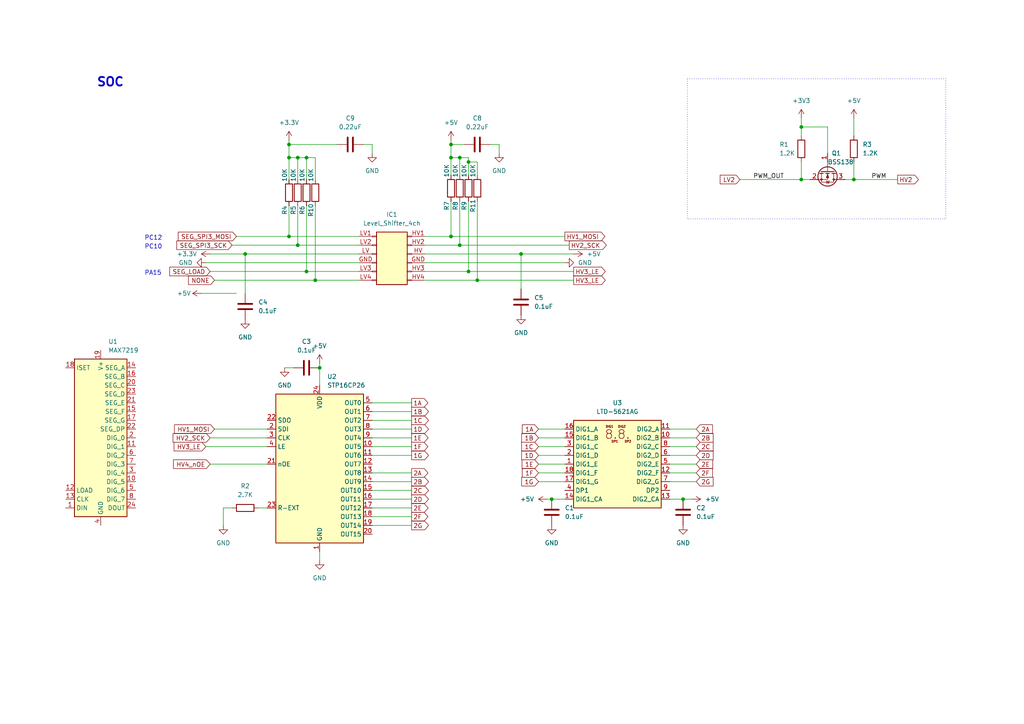
<source format=kicad_sch>
(kicad_sch (version 20230121) (generator eeschema)
  (paper "A4")
  (title_block (title "[AMDS] 2-Digit 7-Segment Schematic"))
  (lib_symbols
    (symbol "+3.3V_2" (power) (pin_numbers hide) (pin_names (offset 0) hide)
      (property "Value" "+3.3V_2" (at 0 3.556 0))
      (symbol "+3.3V_2_0_1"
        (polyline (pts (xy -0.762 1.27) (xy 0 2.54)))
        (polyline (pts (xy 0 0) (xy 0 2.54)))
        (polyline (pts (xy 0 2.54) (xy 0.762 1.27)))
      )
      (symbol "+3.3V_2_1_1"
        (pin power_in line (at 0 0 90) (length 0) hide (name "+3.3V") (number "1"))
      )
    )
    (symbol "+5V_1" (power) (pin_numbers hide) (pin_names (offset 0) hide)
      (property "Value" "+5V_1" (at 0 3.556 0))
      (symbol "+5V_1_0_1"
        (polyline (pts (xy -0.762 1.27) (xy 0 2.54)))
        (polyline (pts (xy 0 0) (xy 0 2.54)))
        (polyline (pts (xy 0 2.54) (xy 0.762 1.27)))
      )
      (symbol "+5V_1_1_1"
        (pin power_in line (at 0 0 90) (length 0) hide (name "+5V") (number "1"))
      )
    )
    (symbol "Connector_Generic:Level_Shifter_4ch" (pin_names (offset 1.016) hide)
      (property "Reference" "IC1" (at 1.27 16.51 0))
      (property "Value" "Level_Shifter_4ch" (at 3.81 13.97 0))
      (symbol "Level_Shifter_4ch_1_1"
        (rectangle (start -1.27 -2.413) (end 0 -2.667) (stroke (width 0.1524)))
        (rectangle (start -1.27 0.127) (end 0 -0.127) (stroke (width 0.1524)))
        (rectangle (start -1.27 2.667) (end 0 2.413) (stroke (width 0.1524)))
        (rectangle (start -1.27 5.207) (end 0 4.953) (stroke (width 0.1524)))
        (rectangle (start -1.27 7.747) (end 0 7.493) (stroke (width 0.1524)))
        (rectangle (start -1.27 10.287) (end 0 10.033) (stroke (width 0.1524)))
        (rectangle (start 0 11.43) (end 8.89 -3.81) (stroke (width 0.254)) (fill (type background)))
        (rectangle (start 10.16 -2.413) (end 8.89 -2.667) (stroke (width 0.1524)))
        (rectangle (start 10.16 0.127) (end 8.89 -0.127) (stroke (width 0.1524)))
        (rectangle (start 10.16 2.667) (end 8.89 2.413) (stroke (width 0.1524)))
        (rectangle (start 10.16 5.207) (end 8.89 4.953) (stroke (width 0.1524)))
        (rectangle (start 10.16 7.747) (end 8.89 7.493) (stroke (width 0.1524)))
        (rectangle (start 10.16 10.287) (end 8.89 10.033) (stroke (width 0.1524)))
        (pin passive line (at -5.08 2.54 0) (length 3.81) (name "Pin_a4") (number "GND"))
        (pin passive line (at 13.97 2.54 180) (length 3.81) (name "Pin_b4") (number "GND"))
        (pin passive line (at 13.97 5.08 180) (length 3.81) (name "pin_b3") (number "HV"))
        (pin passive line (at 13.97 10.16 180) (length 3.81) (name "Pin_b1") (number "HV1"))
        (pin passive line (at 13.97 7.62 180) (length 3.81) (name "Pin_b2") (number "HV2"))
        (pin passive line (at 13.97 0 180) (length 3.81) (name "Pin_b5") (number "HV3"))
        (pin passive line (at 13.97 -2.54 180) (length 3.81) (name "Pin_b6") (number "HV4"))
        (pin passive line (at -5.08 5.08 0) (length 3.81) (name "Pin_a3") (number "LV"))
        (pin passive line (at -5.08 10.16 0) (length 3.81) (name "Pin_a1") (number "LV1"))
        (pin passive line (at -5.08 7.62 0) (length 3.81) (name "Pin_a2") (number "LV2"))
        (pin passive line (at -5.08 0 0) (length 3.81) (name "Pin_a5") (number "LV3"))
        (pin passive line (at -5.08 -2.54 0) (length 3.81) (name "Pin_a6") (number "LV4"))
      )
    )
    (symbol "Device:C" (pin_numbers hide) (pin_names (offset 0.254))
      (property "Reference" "C" (at 0.635 2.54 0))
      (property "Value" "C" (at 0.635 -2.54 0))
      (symbol "C_0_1"
        (polyline (pts (xy -2.032 -0.762) (xy 2.032 -0.762)) (stroke (width 0.508)))
        (polyline (pts (xy -2.032 0.762) (xy 2.032 0.762)) (stroke (width 0.508)))
      )
      (symbol "C_1_1"
        (pin passive line (at 0 3.81 270) (length 2.794) (name "~") (number "1"))
        (pin passive line (at 0 -3.81 90) (length 2.794) (name "~") (number "2"))
      )
    )
    (symbol "Device:R" (pin_numbers hide) (pin_names (offset 0))
      (property "Reference" "R" (at 2.032 0 90))
      (property "Value" "R" (at 0 0 90))
      (symbol "R_0_1"
        (rectangle (start -1.016 -2.54) (end 1.016 2.54) (stroke (width 0.254)))
      )
      (symbol "R_1_1"
        (pin passive line (at 0 3.81 270) (length 1.27) (name "~") (number "1"))
        (pin passive line (at 0 -3.81 90) (length 1.27) (name "~") (number "2"))
      )
    )
    (symbol "Driver_LED:LED1642GWPTR"
      (property "Reference" "U2" (at 2.1941 25.4 0))
      (property "Value" "STP16CP26" (at 2.1941 22.86 0))
      (symbol "LED1642GWPTR_0_1"
        (rectangle (start -12.7 20.32) (end 12.7 -22.86) (stroke (width 0.254)) (fill (type background)))
      )
      (symbol "LED1642GWPTR_1_0"
        (pin input line (at -15.24 0 0) (length 2.54) (name "nOE") (number "21"))
      )
      (symbol "LED1642GWPTR_1_1"
        (pin power_in line (at 0 -25.4 90) (length 2.54) (name "GND") (number "1"))
        (pin output line (at 15.24 5.08 180) (length 2.54) (name "OUT5") (number "10"))
        (pin output line (at 15.24 2.54 180) (length 2.54) (name "OUT6") (number "11"))
        (pin output line (at 15.24 0 180) (length 2.54) (name "OUT7") (number "12"))
        (pin output line (at 15.24 -2.54 180) (length 2.54) (name "OUT8") (number "13"))
        (pin output line (at 15.24 -5.08 180) (length 2.54) (name "OUT9") (number "14"))
        (pin output line (at 15.24 -7.62 180) (length 2.54) (name "OUT10") (number "15"))
        (pin output line (at 15.24 -10.16 180) (length 2.54) (name "OUT11") (number "16"))
        (pin output line (at 15.24 -12.7 180) (length 2.54) (name "OUT12") (number "17"))
        (pin output line (at 15.24 -15.24 180) (length 2.54) (name "OUT13") (number "18"))
        (pin output line (at 15.24 -17.78 180) (length 2.54) (name "OUT14") (number "19"))
        (pin input line (at -15.24 10.16 0) (length 2.54) (name "SDI") (number "2"))
        (pin output line (at 15.24 -20.32 180) (length 2.54) (name "OUT15") (number "20"))
        (pin output line (at -15.24 12.7 0) (length 2.54) (name "SDO") (number "22"))
        (pin passive line (at -15.24 -12.7 0) (length 2.54) (name "R-EXT") (number "23"))
        (pin power_in line (at 0 22.86 270) (length 2.54) (name "VDD") (number "24"))
        (pin input line (at -15.24 7.62 0) (length 2.54) (name "CLK") (number "3"))
        (pin input line (at -15.24 5.08 0) (length 2.54) (name "LE") (number "4"))
        (pin output line (at 15.24 17.78 180) (length 2.54) (name "OUT0") (number "5"))
        (pin output line (at 15.24 15.24 180) (length 2.54) (name "OUT1") (number "6"))
        (pin output line (at 15.24 12.7 180) (length 2.54) (name "OUT2") (number "7"))
        (pin output line (at 15.24 10.16 180) (length 2.54) (name "OUT3") (number "8"))
        (pin output line (at 15.24 7.62 180) (length 2.54) (name "OUT4") (number "9"))
      )
    )
    (symbol "Driver_LED:MAX7219"
      (property "Reference" "U" (at -6.35 24.13 0))
      (property "Value" "MAX7219" (at 1.27 25.4 0))
      (symbol "MAX7219_0_1"
        (rectangle (start -7.62 22.86) (end 7.62 -22.86) (stroke (width 0.254)) (fill (type background)))
      )
      (symbol "MAX7219_1_1"
        (pin input line (at -10.16 -20.32 0) (length 2.54) (name "DIN") (number "1"))
        (pin output line (at 10.16 -12.7 180) (length 2.54) (name "DIG_5") (number "10"))
        (pin output line (at 10.16 -2.54 180) (length 2.54) (name "DIG_1") (number "11"))
        (pin input line (at -10.16 -15.24 0) (length 2.54) (name "LOAD") (number "12"))
        (pin input line (at -10.16 -17.78 0) (length 2.54) (name "CLK") (number "13"))
        (pin output line (at 10.16 20.32 180) (length 2.54) (name "SEG_A") (number "14"))
        (pin output line (at 10.16 7.62 180) (length 2.54) (name "SEG_F") (number "15"))
        (pin output line (at 10.16 17.78 180) (length 2.54) (name "SEG_B") (number "16"))
        (pin output line (at 10.16 5.08 180) (length 2.54) (name "SEG_G") (number "17"))
        (pin input line (at -10.16 20.32 0) (length 2.54) (name "ISET") (number "18"))
        (pin power_in line (at 0 25.4 270) (length 2.54) (name "V+") (number "19"))
        (pin output line (at 10.16 0 180) (length 2.54) (name "DIG_0") (number "2"))
        (pin output line (at 10.16 15.24 180) (length 2.54) (name "SEG_C") (number "20"))
        (pin output line (at 10.16 10.16 180) (length 2.54) (name "SEG_E") (number "21"))
        (pin output line (at 10.16 2.54 180) (length 2.54) (name "SEG_DP") (number "22"))
        (pin output line (at 10.16 12.7 180) (length 2.54) (name "SEG_D") (number "23"))
        (pin output line (at 10.16 -20.32 180) (length 2.54) (name "DOUT") (number "24"))
        (pin output line (at 10.16 -10.16 180) (length 2.54) (name "DIG_4") (number "3"))
        (pin power_in line (at 0 -25.4 90) (length 2.54) (name "GND") (number "4"))
        (pin output line (at 10.16 -15.24 180) (length 2.54) (name "DIG_6") (number "5"))
        (pin output line (at 10.16 -5.08 180) (length 2.54) (name "DIG_2") (number "6"))
        (pin output line (at 10.16 -7.62 180) (length 2.54) (name "DIG_3") (number "7"))
        (pin output line (at 10.16 -17.78 180) (length 2.54) (name "DIG_7") (number "8"))
        (pin passive line (at 0 -25.4 90) (length 2.54) hide (name "GND") (number "9"))
      )
    )
    (symbol "GND_1" (power) (pin_numbers hide) (pin_names (offset 0) hide)
      (property "Value" "GND_1" (at 0 -3.81 0))
      (symbol "GND_1_0_1"
        (polyline (pts (xy 0 0) (xy 0 -1.27) (xy 1.27 -1.27) (xy 0 -2.54) (xy -1.27 -1.27) (xy 0 -1.27)))
      )
      (symbol "GND_1_1_1"
        (pin power_in line (at 0 0 270) (length 0) hide (name "GND") (number "1"))
      )
    )
    (symbol "GND_3" (power) (pin_numbers hide) (pin_names (offset 0) hide)
      (property "Value" "GND_3" (at 0 -3.81 0))
      (symbol "GND_3_0_1"
        (polyline (pts (xy 0 0) (xy 0 -1.27) (xy 1.27 -1.27) (xy 0 -2.54) (xy -1.27 -1.27) (xy 0 -1.27)))
      )
      (symbol "GND_3_1_1"
        (pin power_in line (at 0 0 270) (length 0) hide (name "GND") (number "1"))
      )
    )
    (symbol "LTD-5621AG:LTD-5621AG"
      (property "Reference" "U" (at -11.43 13.97 0))
      (property "Value" "LTD-5621AG" (at 8.89 13.97 0))
      (symbol "LTD-5621AG_0_0"
        (text "8.8." (at 0 8.636 0) (effects (font (size 2.54 2.54))))
        (text "DIG1" (at -2.286 10.922 0) (effects (font (size 0.635 0.635))))
        (text "DIG2" (at 1.27 10.922 0) (effects (font (size 0.635 0.635))))
        (text "DP1" (at -0.762 6.604 0) (effects (font (size 0.635 0.635))))
        (text "DP2" (at 3.048 6.604 0) (effects (font (size 0.635 0.635))))
      )
      (symbol "LTD-5621AG_0_1"
        (rectangle (start -12.7 12.7) (end 12.7 -12.7) (stroke (width 0.254)) (fill (type background)))
      )
      (symbol "LTD-5621AG_1_1"
        (pin input line (at -15.24 0 0) (length 2.54) (name "DIG1_E") (number "1"))
        (pin input line (at 15.24 7.62 180) (length 2.54) (name "DIG2_B") (number "10"))
        (pin input line (at 15.24 10.16 180) (length 2.54) (name "DIG2_A") (number "11"))
        (pin input line (at 15.24 -2.54 180) (length 2.54) (name "DIG2_F") (number "12"))
        (pin input line (at 15.24 -10.16 180) (length 2.54) (name "DIG2_CA") (number "13"))
        (pin input line (at -15.24 -10.16 0) (length 2.54) (name "DIG1_CA") (number "14"))
        (pin input line (at -15.24 7.62 0) (length 2.54) (name "DIG1_B") (number "15"))
        (pin input line (at -15.24 10.16 0) (length 2.54) (name "DIG1_A") (number "16"))
        (pin input line (at -15.24 -5.08 0) (length 2.54) (name "DIG1_G") (number "17"))
        (pin input line (at -15.24 -2.54 0) (length 2.54) (name "DIG1_F") (number "18"))
        (pin input line (at -15.24 2.54 0) (length 2.54) (name "DIG1_D") (number "2"))
        (pin input line (at -15.24 5.08 0) (length 2.54) (name "DIG1_C") (number "3"))
        (pin input line (at -15.24 -7.62 0) (length 2.54) (name "DP1") (number "4"))
        (pin input line (at 15.24 0 180) (length 2.54) (name "DIG2_E") (number "5"))
        (pin input line (at 15.24 2.54 180) (length 2.54) (name "DIG2_D") (number "6"))
        (pin input line (at 15.24 -5.08 180) (length 2.54) (name "DIG2_G") (number "7"))
        (pin input line (at 15.24 5.08 180) (length 2.54) (name "DIG2_C") (number "8"))
        (pin input line (at 15.24 -7.62 180) (length 2.54) (name "DP2") (number "9"))
      )
    )
    (symbol "Transistor_FET:BSS138" (pin_names hide)
      (property "Reference" "Q" (at 5.08 1.905 0))
      (property "Value" "BSS138" (at 5.08 0 0))
      (symbol "BSS138_0_1"
        (polyline (pts (xy 0.254 0) (xy -2.54 0)))
        (polyline (pts (xy 0.254 1.905) (xy 0.254 -1.905)) (stroke (width 0.254)))
        (polyline (pts (xy 0.762 -1.27) (xy 0.762 -2.286)) (stroke (width 0.254)))
        (polyline (pts (xy 0.762 0.508) (xy 0.762 -0.508)) (stroke (width 0.254)))
        (polyline (pts (xy 0.762 2.286) (xy 0.762 1.27)) (stroke (width 0.254)))
        (polyline (pts (xy 2.54 2.54) (xy 2.54 1.778)))
        (polyline (pts (xy 2.54 -2.54) (xy 2.54 0) (xy 0.762 0)))
        (polyline (pts (xy 0.762 -1.778) (xy 3.302 -1.778) (xy 3.302 1.778) (xy 0.762 1.778)))
        (polyline (pts (xy 1.016 0) (xy 2.032 0.381) (xy 2.032 -0.381) (xy 1.016 0)) (fill (type outline)))
        (polyline (pts (xy 2.794 0.508) (xy 2.921 0.381) (xy 3.683 0.381) (xy 3.81 0.254)))
        (polyline (pts (xy 3.302 0.381) (xy 2.921 -0.254) (xy 3.683 -0.254) (xy 3.302 0.381)))
        (circle (center 1.651 0) (radius 2.794) (stroke (width 0.254)))
        (circle (center 2.54 -1.778) (radius 0.254) (fill (type outline)))
        (circle (center 2.54 1.778) (radius 0.254) (fill (type outline)))
      )
      (symbol "BSS138_1_1"
        (pin input line (at -5.08 0 0) (length 2.54) (name "G") (number "1"))
        (pin passive line (at 2.54 -5.08 90) (length 2.54) (name "S") (number "2"))
        (pin passive line (at 2.54 5.08 270) (length 2.54) (name "D") (number "3"))
      )
    )
    (symbol "power:+3.3V" (power) (pin_names (offset 0))
      (property "Value" "+3.3V" (at 0 3.556 0))
      (symbol "+3.3V_0_1"
        (polyline (pts (xy -0.762 1.27) (xy 0 2.54)))
        (polyline (pts (xy 0 0) (xy 0 2.54)))
        (polyline (pts (xy 0 2.54) (xy 0.762 1.27)))
      )
      (symbol "+3.3V_1_1"
        (pin power_in line (at 0 0 90) (length 0) hide (name "+3V3") (number "1"))
      )
    )
    (symbol "power:+5V" (power) (pin_names (offset 0))
      (property "Value" "+5V" (at 0 3.556 0))
      (symbol "+5V_0_1"
        (polyline (pts (xy -0.762 1.27) (xy 0 2.54)))
        (polyline (pts (xy 0 0) (xy 0 2.54)))
        (polyline (pts (xy 0 2.54) (xy 0.762 1.27)))
      )
      (symbol "+5V_1_1"
        (pin power_in line (at 0 0 90) (length 0) hide (name "+5V") (number "1"))
      )
    )
  )
  (junction (at 138.43 81.28))
  (junction (at 133.35 45.72))
  (junction (at 86.36 71.12))
  (junction (at 160.02 144.78))
  (junction (at 247.65 52.07))
  (junction (at 88.9 78.74))
  (junction (at 130.81 45.72))
  (junction (at 71.12 73.66))
  (junction (at 91.44 81.28))
  (junction (at 83.82 68.58))
  (junction (at 133.35 71.12))
  (junction (at 232.41 52.07))
  (junction (at 83.82 45.72))
  (junction (at 232.41 36.83))
  (junction (at 83.82 41.91))
  (junction (at 151.13 73.66))
  (junction (at 130.81 68.58))
  (junction (at 130.81 41.91))
  (junction (at 198.12 144.78))
  (junction (at 92.71 106.68))
  (junction (at 135.89 78.74))
  (junction (at 86.36 45.72))
  (junction (at 88.9 45.72))
  (junction (at 135.89 46.99))
  (wire (pts (xy 107.95 116.84) (xy 119.38 116.84)))
  (wire (pts (xy 158.75 144.78) (xy 160.02 144.78)))
  (wire (pts (xy 91.44 59.69) (xy 91.44 81.28)))
  (wire (pts (xy 86.36 59.69) (xy 86.36 71.12)))
  (wire (pts (xy 107.95 44.45) (xy 107.95 41.91)))
  (wire (pts (xy 83.82 45.72) (xy 83.82 52.07)))
  (wire (pts (xy 156.21 129.54) (xy 163.83 129.54)))
  (wire (pts (xy 107.95 119.38) (xy 119.38 119.38)))
  (wire (pts (xy 59.69 76.2) (xy 104.14 76.2)))
  (wire (pts (xy 163.83 76.2) (xy 123.19 76.2)))
  (wire (pts (xy 130.81 58.42) (xy 130.81 68.58)))
  (wire (pts (xy 138.43 46.99) (xy 138.43 50.8)))
  (wire (pts (xy 83.82 68.58) (xy 104.14 68.58)))
  (wire (pts (xy 135.89 58.42) (xy 135.89 78.74)))
  (wire (pts (xy 156.21 124.46) (xy 163.83 124.46)))
  (wire (pts (xy 198.12 144.78) (xy 194.31 144.78)))
  (wire (pts (xy 240.03 44.45) (xy 240.03 36.83)))
  (wire (pts (xy 156.21 139.7) (xy 163.83 139.7)))
  (wire (pts (xy 60.96 73.66) (xy 71.12 73.66)))
  (wire (pts (xy 156.21 137.16) (xy 163.83 137.16)))
  (wire (pts (xy 83.82 41.91) (xy 97.79 41.91)))
  (wire (pts (xy 144.78 44.45) (xy 144.78 41.91)))
  (wire (pts (xy 92.71 105.41) (xy 92.71 106.68)))
  (wire (pts (xy 194.31 129.54) (xy 201.93 129.54)))
  (wire (pts (xy 86.36 71.12) (xy 104.14 71.12)))
  (wire (pts (xy 83.82 59.69) (xy 83.82 68.58)))
  (wire (pts (xy 194.31 139.7) (xy 201.93 139.7)))
  (wire (pts (xy 160.02 144.78) (xy 163.83 144.78)))
  (wire (pts (xy 240.03 36.83) (xy 232.41 36.83)))
  (wire (pts (xy 138.43 58.42) (xy 138.43 81.28)))
  (wire (pts (xy 107.95 139.7) (xy 119.38 139.7)))
  (wire (pts (xy 138.43 81.28) (xy 166.37 81.28)))
  (wire (pts (xy 144.78 41.91) (xy 142.24 41.91)))
  (wire (pts (xy 232.41 36.83) (xy 232.41 39.37)))
  (wire (pts (xy 92.71 106.68) (xy 92.71 111.76)))
  (wire (pts (xy 107.95 124.46) (xy 119.38 124.46)))
  (wire (pts (xy 156.21 127) (xy 163.83 127)))
  (wire (pts (xy 130.81 41.91) (xy 130.81 45.72)))
  (wire (pts (xy 156.21 134.62) (xy 163.83 134.62)))
  (wire (pts (xy 247.65 34.29) (xy 247.65 39.37)))
  (wire (pts (xy 91.44 45.72) (xy 91.44 52.07)))
  (wire (pts (xy 60.96 127) (xy 77.47 127)))
  (wire (pts (xy 130.81 40.64) (xy 130.81 41.91)))
  (wire (pts (xy 86.36 45.72) (xy 88.9 45.72)))
  (wire (pts (xy 107.95 41.91) (xy 105.41 41.91)))
  (wire (pts (xy 91.44 81.28) (xy 104.14 81.28)))
  (wire (pts (xy 74.93 147.32) (xy 77.47 147.32)))
  (wire (pts (xy 107.95 121.92) (xy 119.38 121.92)))
  (wire (pts (xy 64.77 147.32) (xy 67.31 147.32)))
  (wire (pts (xy 60.96 134.62) (xy 77.47 134.62)))
  (wire (pts (xy 163.83 68.58) (xy 130.81 68.58)))
  (wire (pts (xy 88.9 45.72) (xy 91.44 45.72)))
  (wire (pts (xy 232.41 34.29) (xy 232.41 36.83)))
  (wire (pts (xy 135.89 46.99) (xy 135.89 50.8)))
  (wire (pts (xy 130.81 41.91) (xy 134.62 41.91)))
  (wire (pts (xy 214.63 52.07) (xy 232.41 52.07)))
  (wire (pts (xy 83.82 45.72) (xy 86.36 45.72)))
  (wire (pts (xy 135.89 46.99) (xy 138.43 46.99)))
  (wire (pts (xy 59.69 129.54) (xy 77.47 129.54)))
  (wire (pts (xy 107.95 144.78) (xy 119.38 144.78)))
  (wire (pts (xy 107.95 142.24) (xy 119.38 142.24)))
  (wire (pts (xy 92.71 162.56) (xy 92.71 160.02)))
  (wire (pts (xy 200.66 144.78) (xy 198.12 144.78)))
  (wire (pts (xy 62.23 81.28) (xy 91.44 81.28)))
  (wire (pts (xy 71.12 73.66) (xy 104.14 73.66)))
  (wire (pts (xy 247.65 46.99) (xy 247.65 52.07)))
  (wire (pts (xy 245.11 52.07) (xy 247.65 52.07)))
  (wire (pts (xy 86.36 45.72) (xy 86.36 52.07)))
  (wire (pts (xy 130.81 45.72) (xy 130.81 50.8)))
  (wire (pts (xy 130.81 45.72) (xy 133.35 45.72)))
  (wire (pts (xy 107.95 147.32) (xy 119.38 147.32)))
  (wire (pts (xy 83.82 41.91) (xy 83.82 45.72)))
  (wire (pts (xy 151.13 73.66) (xy 151.13 83.82)))
  (wire (pts (xy 68.58 68.58) (xy 83.82 68.58)))
  (wire (pts (xy 62.23 124.46) (xy 77.47 124.46)))
  (wire (pts (xy 88.9 78.74) (xy 104.14 78.74)))
  (wire (pts (xy 166.37 78.74) (xy 135.89 78.74)))
  (wire (pts (xy 83.82 40.64) (xy 83.82 41.91)))
  (wire (pts (xy 232.41 52.07) (xy 234.95 52.07)))
  (wire (pts (xy 88.9 45.72) (xy 88.9 52.07)))
  (wire (pts (xy 123.19 73.66) (xy 151.13 73.66)))
  (wire (pts (xy 130.81 68.58) (xy 123.19 68.58)))
  (wire (pts (xy 151.13 73.66) (xy 166.37 73.66)))
  (wire (pts (xy 67.31 71.12) (xy 86.36 71.12)))
  (wire (pts (xy 133.35 71.12) (xy 123.19 71.12)))
  (wire (pts (xy 194.31 134.62) (xy 201.93 134.62)))
  (wire (pts (xy 64.77 152.4) (xy 64.77 147.32)))
  (wire (pts (xy 58.42 85.09) (xy 68.58 85.09)))
  (wire (pts (xy 165.1 71.12) (xy 133.35 71.12)))
  (wire (pts (xy 107.95 129.54) (xy 119.38 129.54)))
  (wire (pts (xy 156.21 132.08) (xy 163.83 132.08)))
  (wire (pts (xy 71.12 73.66) (xy 71.12 85.09)))
  (wire (pts (xy 133.35 58.42) (xy 133.35 71.12)))
  (wire (pts (xy 194.31 137.16) (xy 201.93 137.16)))
  (wire (pts (xy 194.31 132.08) (xy 201.93 132.08)))
  (wire (pts (xy 194.31 127) (xy 201.93 127)))
  (wire (pts (xy 107.95 132.08) (xy 119.38 132.08)))
  (wire (pts (xy 247.65 52.07) (xy 260.35 52.07)))
  (wire (pts (xy 60.96 78.74) (xy 88.9 78.74)))
  (wire (pts (xy 232.41 46.99) (xy 232.41 52.07)))
  (wire (pts (xy 107.95 127) (xy 119.38 127)))
  (wire (pts (xy 135.89 45.72) (xy 135.89 46.99)))
  (wire (pts (xy 135.89 78.74) (xy 123.19 78.74)))
  (wire (pts (xy 107.95 149.86) (xy 119.38 149.86)))
  (wire (pts (xy 88.9 59.69) (xy 88.9 78.74)))
  (wire (pts (xy 133.35 45.72) (xy 133.35 50.8)))
  (wire (pts (xy 133.35 45.72) (xy 135.89 45.72)))
  (wire (pts (xy 123.19 81.28) (xy 138.43 81.28)))
  (wire (pts (xy 194.31 124.46) (xy 201.93 124.46)))
  (wire (pts (xy 107.95 137.16) (xy 119.38 137.16)))
  (wire (pts (xy 82.55 106.68) (xy 85.09 106.68)))
  (wire (pts (xy 107.95 152.4) (xy 119.38 152.4)))
  (rectangle (start 199.39 22.86) (end 274.32 63.5) (stroke (width 0) (type dot)))
  (text "PC10" (at 41.91 72.39 0) (effects (font (size 1.27 1.27)) (justify left bottom)))
  (text "SOC" (at 27.94 25.4 0) (effects (font (size 2.5 2.5) (thickness 0.5) bold) (justify left bottom)))
  (text "PC12" (at 41.91 69.85 0) (effects (font (size 1.27 1.27)) (justify left bottom)))
  (text "PA15" (at 41.91 80.01 0) (effects (font (size 1.27 1.27)) (justify left bottom)))
  (label "PWM_OUT" (at 218.44 52.07 0))
  (label "PWM" (at 252.73 52.07 0))
  (global_label "1C" (shape output) (at 119.38 121.92 0) (property "Intersheetrefs" "${INTERSHEET_REFS}" (effects hide)))
  (global_label "HV2_SCK" (shape output) (at 165.1 71.12 0) (property "Intersheetrefs" "${INTERSHEET_REFS}" (effects hide)))
  (global_label "2E" (shape input) (at 201.93 134.62 0) (property "Intersheetrefs" "${INTERSHEET_REFS}" (effects hide)))
  (global_label "1E" (shape output) (at 119.38 127 0) (property "Intersheetrefs" "${INTERSHEET_REFS}" (effects hide)))
  (global_label "1F" (shape output) (at 119.38 129.54 0) (property "Intersheetrefs" "${INTERSHEET_REFS}" (effects hide)))
  (global_label "1C" (shape input) (at 156.21 129.54 180) (property "Intersheetrefs" "${INTERSHEET_REFS}" (effects hide)))
  (global_label "NONE" (shape input) (at 62.23 81.28 180) (property "Intersheetrefs" "${INTERSHEET_REFS}" (effects hide)))
  (global_label "1A" (shape input) (at 156.21 124.46 180) (property "Intersheetrefs" "${INTERSHEET_REFS}" (effects hide)))
  (global_label "1G" (shape input) (at 156.21 139.7 180) (property "Intersheetrefs" "${INTERSHEET_REFS}" (effects hide)))
  (global_label "2G" (shape input) (at 201.93 139.7 0) (property "Intersheetrefs" "${INTERSHEET_REFS}" (effects hide)))
  (global_label "2B" (shape output) (at 119.38 139.7 0) (property "Intersheetrefs" "${INTERSHEET_REFS}" (effects hide)))
  (global_label "1A" (shape output) (at 119.38 116.84 0) (property "Intersheetrefs" "${INTERSHEET_REFS}" (effects hide)))
  (global_label "LV2" (shape input) (at 214.63 52.07 180) (property "Intersheetrefs" "${INTERSHEET_REFS}" (effects hide)))
  (global_label "1B" (shape input) (at 156.21 127 180) (property "Intersheetrefs" "${INTERSHEET_REFS}" (effects hide)))
  (global_label "HV3_LE" (shape output) (at 166.37 81.28 0) (property "Intersheetrefs" "${INTERSHEET_REFS}" (effects hide)))
  (global_label "HV3_LE" (shape input) (at 59.69 129.54 180) (property "Intersheetrefs" "${INTERSHEET_REFS}" (effects hide)))
  (global_label "2B" (shape input) (at 201.93 127 0) (property "Intersheetrefs" "${INTERSHEET_REFS}" (effects hide)))
  (global_label "2A" (shape input) (at 201.93 124.46 0) (property "Intersheetrefs" "${INTERSHEET_REFS}" (effects hide)))
  (global_label "1D" (shape input) (at 156.21 132.08 180) (property "Intersheetrefs" "${INTERSHEET_REFS}" (effects hide)))
  (global_label "2A" (shape output) (at 119.38 137.16 0) (property "Intersheetrefs" "${INTERSHEET_REFS}" (effects hide)))
  (global_label "1G" (shape output) (at 119.38 132.08 0) (property "Intersheetrefs" "${INTERSHEET_REFS}" (effects hide)))
  (global_label "SEG_LOAD" (shape input) (at 60.96 78.74 180) (property "Intersheetrefs" "${INTERSHEET_REFS}" (effects hide)))
  (global_label "1B" (shape output) (at 119.38 119.38 0) (property "Intersheetrefs" "${INTERSHEET_REFS}" (effects hide)))
  (global_label "2C" (shape input) (at 201.93 129.54 0) (property "Intersheetrefs" "${INTERSHEET_REFS}" (effects hide)))
  (global_label "2G" (shape output) (at 119.38 152.4 0) (property "Intersheetrefs" "${INTERSHEET_REFS}" (effects hide)))
  (global_label "SEG_SPI3_MOSI" (shape input) (at 68.58 68.58 180) (property "Intersheetrefs" "${INTERSHEET_REFS}" (effects hide)))
  (global_label "2F" (shape input) (at 201.93 137.16 0) (property "Intersheetrefs" "${INTERSHEET_REFS}" (effects hide)))
  (global_label "HV3_LE" (shape output) (at 166.37 78.74 0) (property "Intersheetrefs" "${INTERSHEET_REFS}" (effects hide)))
  (global_label "1F" (shape input) (at 156.21 137.16 180) (property "Intersheetrefs" "${INTERSHEET_REFS}" (effects hide)))
  (global_label "HV2_SCK" (shape input) (at 60.96 127 180) (property "Intersheetrefs" "${INTERSHEET_REFS}" (effects hide)))
  (global_label "HV1_MOSI" (shape output) (at 163.83 68.58 0) (property "Intersheetrefs" "${INTERSHEET_REFS}" (effects hide)))
  (global_label "SEG_SPI3_SCK" (shape input) (at 67.31 71.12 180) (property "Intersheetrefs" "${INTERSHEET_REFS}" (effects hide)))
  (global_label "2F" (shape output) (at 119.38 149.86 0) (property "Intersheetrefs" "${INTERSHEET_REFS}" (effects hide)))
  (global_label "2E" (shape output) (at 119.38 147.32 0) (property "Intersheetrefs" "${INTERSHEET_REFS}" (effects hide)))
  (global_label "1D" (shape output) (at 119.38 124.46 0) (property "Intersheetrefs" "${INTERSHEET_REFS}" (effects hide)))
  (global_label "HV2" (shape output) (at 260.35 52.07 0) (property "Intersheetrefs" "${INTERSHEET_REFS}" (effects hide)))
  (global_label "HV4_nOE" (shape input) (at 60.96 134.62 180) (property "Intersheetrefs" "${INTERSHEET_REFS}" (effects hide)))
  (global_label "2C" (shape output) (at 119.38 142.24 0) (property "Intersheetrefs" "${INTERSHEET_REFS}" (effects hide)))
  (global_label "2D" (shape input) (at 201.93 132.08 0) (property "Intersheetrefs" "${INTERSHEET_REFS}" (effects hide)))
  (global_label "HV1_MOSI" (shape input) (at 62.23 124.46 180) (property "Intersheetrefs" "${INTERSHEET_REFS}" (effects hide)))
  (global_label "2D" (shape output) (at 119.38 144.78 0) (property "Intersheetrefs" "${INTERSHEET_REFS}" (effects hide)))
  (global_label "1E" (shape input) (at 156.21 134.62 180) (property "Intersheetrefs" "${INTERSHEET_REFS}" (effects hide)))
  (symbol (lib_name "+5V_1") (lib_id "power:+5V") (at 130.81 40.64 0) (unit 1)
    (property "Reference" "#PWR017" (effects hide))
    (property "Value" "+5V" (at 130.81 35.56 0))
  )
  (symbol (lib_name "GND_3") (lib_id "power:GND") (at 144.78 44.45 0) (unit 1)
    (property "Reference" "#PWR019" (effects hide))
    (property "Value" "GND" (at 144.78 49.53 0))
  )
  (symbol (lib_id "Device:R") (at 247.65 43.18 0) (unit 1)
    (property "Reference" "R3" (at 250.19 41.9099 0) (effects (justify left)))
    (property "Value" "1.2K" (at 250.19 44.4499 0) (effects (justify left)))
  )
  (symbol (lib_id "Device:C") (at 71.12 88.9 0) (unit 1)
    (property "Reference" "C4" (at 74.93 87.63 0) (effects (justify left)))
    (property "Value" "0.1uF" (at 74.93 90.17 0) (effects (justify left)))
  )
  (symbol (lib_name "GND_3") (lib_id "power:GND") (at 82.55 106.68 0) (unit 1)
    (property "Reference" "#PWR014" (effects hide))
    (property "Value" "GND" (at 82.55 111.76 0))
  )
  (symbol (lib_id "Device:R") (at 232.41 43.18 0) (unit 1)
    (property "Reference" "R1" (at 226.06 41.91 0) (effects (justify left)))
    (property "Value" "1.2K" (at 226.06 44.45 0) (effects (justify left)))
  )
  (symbol (lib_id "Device:R") (at 71.12 147.32 90) (unit 1)
    (property "Reference" "R2" (at 71.12 140.97 90))
    (property "Value" "2.7K" (at 71.12 143.51 90))
  )
  (symbol (lib_name "GND_3") (lib_id "power:GND") (at 160.02 152.4 0) (unit 1)
    (property "Reference" "#PWR011" (effects hide))
    (property "Value" "GND" (at 160.02 157.48 0))
  )
  (symbol (lib_name "GND_3") (lib_id "power:GND") (at 151.13 91.44 0) (unit 1)
    (property "Reference" "#PWR015" (effects hide))
    (property "Value" "GND" (at 151.13 96.52 0))
  )
  (symbol (lib_id "Device:R") (at 133.35 54.61 180) (unit 1)
    (property "Reference" "R8" (at 132.08 59.69 90))
    (property "Value" "10K" (at 132.08 49.53 90))
  )
  (symbol (lib_id "Device:R") (at 86.36 55.88 180) (unit 1)
    (property "Reference" "R5" (at 85.09 60.96 90))
    (property "Value" "10K" (at 85.09 50.8 90))
  )
  (symbol (lib_id "Device:C") (at 198.12 148.59 0) (unit 1)
    (property "Reference" "C2" (at 201.93 147.32 0) (effects (justify left)))
    (property "Value" "0.1uF" (at 201.93 149.86 0) (effects (justify left)))
  )
  (symbol (lib_id "power:+3.3V") (at 232.41 34.29 0) (unit 1)
    (property "Reference" "#PWR01" (effects hide))
    (property "Value" "+3.3V" (at 232.41 29.21 0))
  )
  (symbol (lib_id "Device:R") (at 130.81 54.61 180) (unit 1)
    (property "Reference" "R7" (at 129.54 59.69 90))
    (property "Value" "10K" (at 129.54 49.53 90))
  )
  (symbol (lib_id "Device:C") (at 101.6 41.91 90) (unit 1)
    (property "Reference" "C9" (at 101.6 34.29 90))
    (property "Value" "0.22uF" (at 101.6 36.83 90))
  )
  (symbol (lib_id "Transistor_FET:BSS138") (at 240.03 49.53 270) (unit 1)
    (property "Reference" "Q1" (at 242.57 44.45 90))
    (property "Value" "BSS138" (at 243.84 46.99 90))
    (property "Footprint" "Package_TO_SOT_SMD:SOT-23" (effects hide))
    (property "Datasheet" "https://www.onsemi.com/pub/Collateral/BSS138-D.PDF" (effects hide))
  )
  (symbol (lib_id "Device:C") (at 151.13 87.63 0) (unit 1)
    (property "Reference" "C5" (at 154.94 86.36 0) (effects (justify left)))
    (property "Value" "0.1uF" (at 154.94 88.9 0) (effects (justify left)))
  )
  (symbol (lib_name "GND_3") (lib_id "power:GND") (at 198.12 152.4 0) (unit 1)
    (property "Reference" "#PWR013" (effects hide))
    (property "Value" "GND" (at 198.12 157.48 0))
  )
  (symbol (lib_name "+5V_1") (lib_id "power:+5V") (at 58.42 85.09 90) (unit 1)
    (property "Reference" "#PWR016" (effects hide))
    (property "Value" "+5V" (at 53.34 85.09 90))
  )
  (symbol (lib_name "GND_1") (lib_id "power:GND") (at 64.77 152.4 0) (unit 1)
    (property "Reference" "#PWR05" (effects hide))
    (property "Value" "GND" (at 64.77 157.48 0))
  )
  (symbol (lib_id "Device:R") (at 83.82 55.88 180) (unit 1)
    (property "Reference" "R4" (at 82.55 60.96 90))
    (property "Value" "10K" (at 82.55 50.8 90))
  )
  (symbol (lib_id "Driver_LED:LED1642GWPTR") (at 92.71 134.62 0) (unit 1)
    (property "Reference" "U2" (at 94.9041 109.22 0) (effects (justify left)))
    (property "Value" "STP16CP26" (at 94.9041 111.76 0) (effects (justify left)))
    (property "Footprint" "Package_SO:QSOP-24_3.9x8.7mm_P0.635mm" (effects hide))
    (property "Datasheet" "https://www.st.com/resource/en/datasheet/led1642gw.pdf" (effects hide))
  )
  (symbol (lib_id "Device:C") (at 88.9 106.68 90) (unit 1)
    (property "Reference" "C3" (at 88.9 99.06 90))
    (property "Value" "0.1uF" (at 88.9 101.6 90))
  )
  (symbol (lib_name "GND_3") (lib_id "power:GND") (at 71.12 92.71 0) (unit 1)
    (property "Reference" "#PWR06" (effects hide))
    (property "Value" "GND" (at 71.12 97.79 0))
  )
  (symbol (lib_id "Device:C") (at 138.43 41.91 90) (unit 1)
    (property "Reference" "C8" (at 138.43 34.29 90))
    (property "Value" "0.22uF" (at 138.43 36.83 90))
  )
  (symbol (lib_id "Device:R") (at 138.43 54.61 180) (unit 1)
    (property "Reference" "R11" (at 137.16 59.69 90))
    (property "Value" "10K" (at 137.16 49.53 90))
  )
  (symbol (lib_name "GND_3") (lib_id "power:GND") (at 92.71 162.56 0) (unit 1)
    (property "Reference" "#PWR022" (effects hide))
    (property "Value" "GND" (at 92.71 167.64 0))
  )
  (symbol (lib_name "GND_1") (lib_id "power:GND") (at 163.83 76.2 90) (unit 1)
    (property "Reference" "#PWR07" (effects hide))
    (property "Value" "GND" (at 167.64 76.2 90) (effects (justify right)))
  )
  (symbol (lib_id "LTD-5621AG:LTD-5621AG") (at 179.07 134.62 0) (unit 1)
    (property "Reference" "U3" (at 179.07 116.84 0))
    (property "Value" "LTD-5621AG" (at 179.07 119.38 0))
    (property "Footprint" "LTD-5621AG" (effects hide))
  )
  (symbol (lib_name "GND_3") (lib_id "power:GND") (at 107.95 44.45 0) (unit 1)
    (property "Reference" "#PWR020" (effects hide))
    (property "Value" "GND" (at 107.95 49.53 0))
  )
  (symbol (lib_name "+5V_1") (lib_id "power:+5V") (at 92.71 105.41 0) (unit 1)
    (property "Reference" "#PWR09" (effects hide))
    (property "Value" "+5V" (at 92.71 100.33 0))
  )
  (symbol (lib_id "Connector_Generic:Level_Shifter_4ch") (at 109.22 78.74 0) (unit 1)
    (property "Reference" "IC1" (at 113.665 62.23 0))
    (property "Value" "Level_Shifter_4ch" (at 113.665 64.77 0))
  )
  (symbol (lib_name "+5V_1") (lib_id "power:+5V") (at 166.37 73.66 270) (unit 1)
    (property "Reference" "#PWR010" (effects hide))
    (property "Value" "+5V" (at 170.18 73.66 90) (effects (justify left)))
  )
  (symbol (lib_id "power:+5V") (at 247.65 34.29 0) (unit 1)
    (property "Reference" "#PWR03" (effects hide))
    (property "Value" "+5V" (at 247.65 29.21 0))
  )
  (symbol (lib_id "Driver_LED:MAX7219") (at 29.21 127 0) (unit 1)
    (property "Reference" "U1" (at 31.4041 99.06 0) (effects (justify left)))
    (property "Value" "MAX7219" (at 31.4041 101.6 0) (effects (justify left)))
    (property "Datasheet" "https://datasheets.maximintegrated.com/en/ds/MAX7219-MAX7221.pdf" (effects hide))
  )
  (symbol (lib_name "+5V_1") (lib_id "power:+5V") (at 158.75 144.78 90) (unit 1)
    (property "Reference" "#PWR02" (effects hide))
    (property "Value" "+5V" (at 154.94 144.78 90) (effects (justify left)))
  )
  (symbol (lib_id "Device:R") (at 88.9 55.88 180) (unit 1)
    (property "Reference" "R6" (at 87.63 60.96 90))
    (property "Value" "10K" (at 87.63 50.8 90))
  )
  (symbol (lib_id "Device:R") (at 91.44 55.88 180) (unit 1)
    (property "Reference" "R10" (at 90.17 60.96 90))
    (property "Value" "10K" (at 90.17 50.8 90))
  )
  (symbol (lib_id "Device:R") (at 135.89 54.61 180) (unit 1)
    (property "Reference" "R9" (at 134.62 59.69 90))
    (property "Value" "10K" (at 134.62 49.53 90))
  )
  (symbol (lib_name "GND_1") (lib_id "power:GND") (at 59.69 76.2 270) (unit 1)
    (property "Reference" "#PWR08" (effects hide))
    (property "Value" "GND" (at 55.88 76.2 90) (effects (justify right)))
  )
  (symbol (lib_id "Device:C") (at 160.02 148.59 0) (unit 1)
    (property "Reference" "C1" (at 163.83 147.32 0) (effects (justify left)))
    (property "Value" "0.1uF" (at 163.83 149.86 0) (effects (justify left)))
  )
  (symbol (lib_name "+3.3V_2") (lib_id "power:+3.3V") (at 83.82 40.64 0) (mirror y) (unit 1)
    (property "Reference" "#PWR018" (effects hide))
    (property "Value" "+3.3V" (at 83.82 35.56 0))
  )
  (symbol (lib_name "+3.3V_2") (lib_id "power:+3.3V") (at 60.96 73.66 90) (mirror x) (unit 1)
    (property "Reference" "#PWR012" (effects hide))
    (property "Value" "+3.3V" (at 57.15 73.66 90) (effects (justify left)))
  )
  (symbol (lib_name "+5V_1") (lib_id "power:+5V") (at 200.66 144.78 270) (unit 1)
    (property "Reference" "#PWR04" (effects hide))
    (property "Value" "+5V" (at 204.47 144.78 90) (effects (justify left)))
  )
)
</source>
